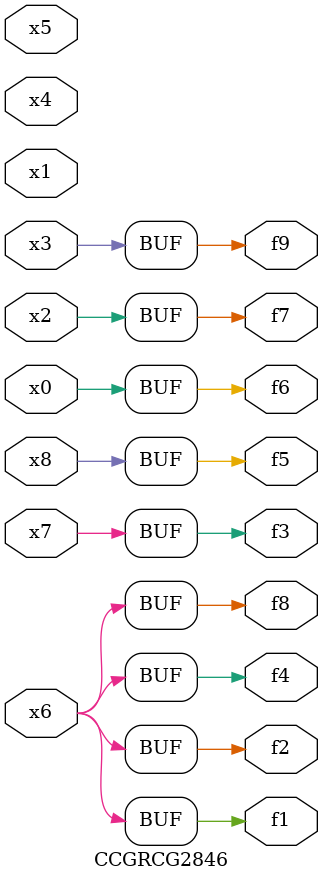
<source format=v>
module CCGRCG2846(
	input x0, x1, x2, x3, x4, x5, x6, x7, x8,
	output f1, f2, f3, f4, f5, f6, f7, f8, f9
);
	assign f1 = x6;
	assign f2 = x6;
	assign f3 = x7;
	assign f4 = x6;
	assign f5 = x8;
	assign f6 = x0;
	assign f7 = x2;
	assign f8 = x6;
	assign f9 = x3;
endmodule

</source>
